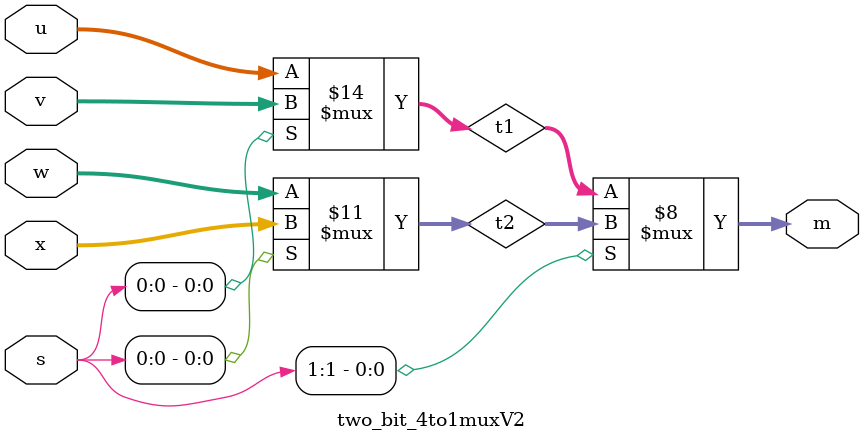
<source format=v>

module two_bit_4to1muxV2 (s,u,v,w,x,m);
 
	input[1:0] s;
	input[1:0] u,v,w,x;
	output reg[1:0] m;
	
	reg[1:0] t1, t2;
	
	always @(u,v,s[0]) begin
		if (s[0] == 0)
			t1 = u;
		else
			t1 = v;
	end
	
	always @(w,x,s[0]) begin
		if (s[0] == 0)
			t2 = w;
		else
			t2 = x;
	end
	
	always @(t1,t2,s[1]) begin
		if (s[1] == 0)
			m = t1;
		else
			m = t2;
	end
	
	//complete always blocks (look at one_bit_4to1muxV2.v for hints. Should look the same)
endmodule

</source>
